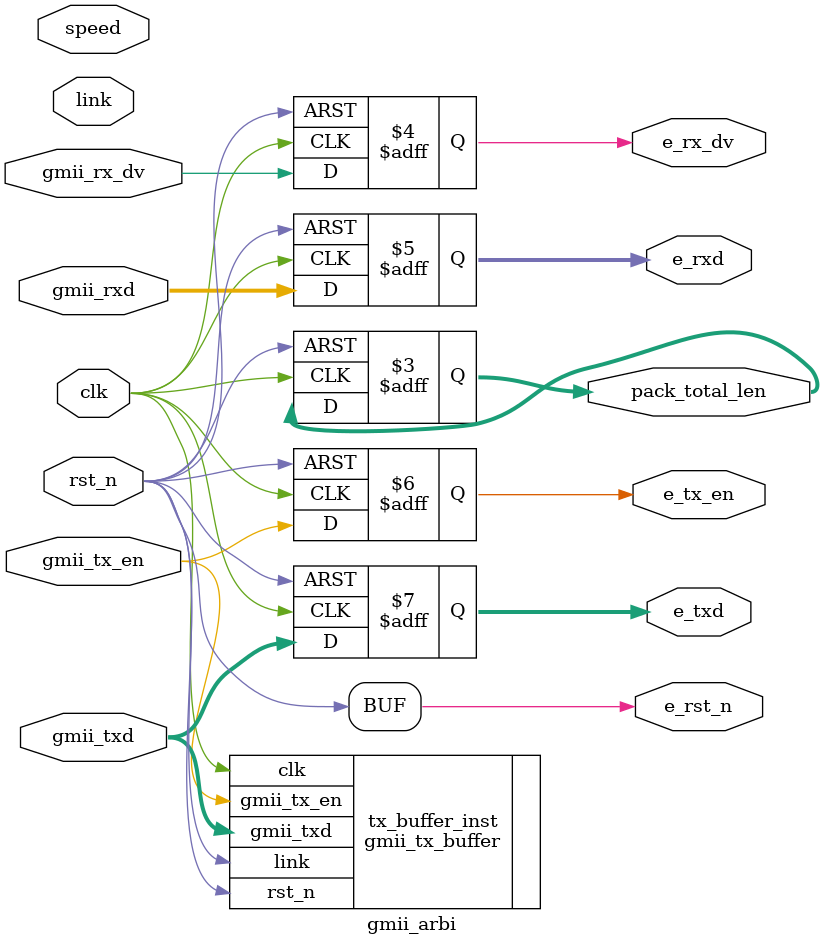
<source format=v>
`timescale 1ns / 1ps  
module gmii_arbi
(
 input                 clk,
 input                 rst_n,
 input  [1:0]          speed,  
 input                 link,                                            
input                 gmii_rx_dv,
input  [7:0]          gmii_rxd,
input                 gmii_tx_en,
input  [7:0]          gmii_txd,                       
output reg [31:0]     pack_total_len,     //delay time
output                e_rst_n,
output reg            e_rx_dv,
output reg [7:0]      e_rxd,
output reg            e_tx_en,
output reg [7:0]      e_txd
);
                       


assign e_rst_n =rst_n ;

always @(posedge clk or negedge rst_n)
  begin
    if (~rst_n)
	begin
	  e_rx_dv   <= 1'b0 ;
	  e_rxd     <= 8'd0 ;
	  e_tx_en   <= 1'b0 ;
	  e_txd     <= 8'd0 ;
	  pack_total_len <= 32'd125000000 ;
	end
	else begin
	  e_rx_dv   <= gmii_rx_dv  ;
	  e_rxd     <= gmii_rxd    ;
	  e_tx_en   <= gmii_tx_en  ;
	  e_txd     <= gmii_txd    ;
	end
  end  

gmii_tx_buffer tx_buffer_inst
(
 .clk                    (clk                 ),
 .rst_n                  (e_rst_n             ), 
 .link                   (e_rst_n             ),
 .gmii_tx_en             (gmii_tx_en          ),
 .gmii_txd               (gmii_txd            )
);
	
    
endmodule

</source>
